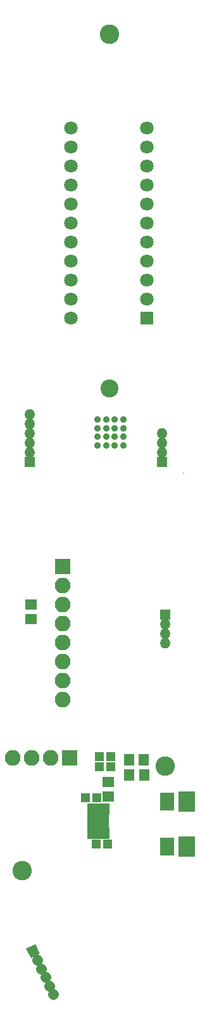
<source format=gbr>
G04 #@! TF.FileFunction,Soldermask,Top*
%FSLAX46Y46*%
G04 Gerber Fmt 4.6, Leading zero omitted, Abs format (unit mm)*
G04 Created by KiCad (PCBNEW 4.0.6-e0-6349~53~ubuntu16.04.1) date Thu Nov 23 18:30:10 2017*
%MOMM*%
%LPD*%
G01*
G04 APERTURE LIST*
%ADD10C,0.100000*%
%ADD11C,0.200000*%
%ADD12R,1.797000X1.797000*%
%ADD13C,1.797000*%
%ADD14C,0.900000*%
%ADD15C,1.400000*%
%ADD16C,2.400000*%
%ADD17R,1.650000X1.400000*%
%ADD18R,2.100000X2.100000*%
%ADD19O,2.100000X2.100000*%
%ADD20R,1.400000X1.400000*%
%ADD21O,1.400000X1.400000*%
%ADD22C,2.600000*%
%ADD23R,1.400000X1.650000*%
%ADD24R,1.200000X1.150000*%
%ADD25R,1.850000X2.400000*%
%ADD26R,2.300000X2.700000*%
%ADD27R,0.650000X1.600000*%
%ADD28R,3.000000X1.900000*%
G04 APERTURE END LIST*
D10*
D11*
X128325000Y-80600000D02*
X128325000Y-80650000D01*
D12*
X123410000Y-59990000D03*
D13*
X123410000Y-57450000D03*
X123410000Y-54910000D03*
X123410000Y-52370000D03*
X123410000Y-49830000D03*
X123410000Y-47290000D03*
X123410000Y-44750000D03*
X123410000Y-42210000D03*
X123410000Y-39670000D03*
X123410000Y-37130000D03*
X123410000Y-34590000D03*
X113250000Y-34590000D03*
X113250000Y-37130000D03*
X113250000Y-39670000D03*
X113250000Y-42210000D03*
X113250000Y-44750000D03*
X113250000Y-47290000D03*
X113250000Y-49830000D03*
X113250000Y-52370000D03*
X113250000Y-54910000D03*
X113250000Y-57450000D03*
X113250000Y-59990000D03*
D14*
X117740000Y-127220000D03*
X120230000Y-76980000D03*
X119080000Y-76980000D03*
X117930000Y-76980000D03*
X116780000Y-76980000D03*
X120230000Y-75830000D03*
X119080000Y-75830000D03*
X117930000Y-75830000D03*
X116780000Y-75830000D03*
X120230000Y-74680000D03*
X119080000Y-74680000D03*
X117930000Y-74680000D03*
X116780000Y-74680000D03*
X120230000Y-73530000D03*
X119080000Y-73530000D03*
X117930000Y-73530000D03*
D10*
G36*
X107839667Y-145521424D02*
X107243576Y-144254667D01*
X108510333Y-143658576D01*
X109106424Y-144925333D01*
X107839667Y-145521424D01*
X107839667Y-145521424D01*
G37*
D15*
X108715740Y-145739130D02*
X108715740Y-145739130D01*
X109256479Y-146888261D02*
X109256479Y-146888261D01*
X109797219Y-148037391D02*
X109797219Y-148037391D01*
X110337959Y-149186521D02*
X110337959Y-149186521D01*
X110878699Y-150335652D02*
X110878699Y-150335652D01*
D16*
X118343743Y-69335858D03*
D17*
X107890000Y-98220000D03*
X107890000Y-100220000D03*
D18*
X112110000Y-93150000D03*
D19*
X112110000Y-95690000D03*
X112110000Y-98230000D03*
X112110000Y-100770000D03*
X112110000Y-103310000D03*
X112110000Y-105850000D03*
X112110000Y-108390000D03*
X112110000Y-110930000D03*
D20*
X125810000Y-99560000D03*
D21*
X125810000Y-100830000D03*
X125810000Y-102100000D03*
X125810000Y-103370000D03*
D22*
X118343743Y-22043858D03*
X106711973Y-133843201D03*
X125807736Y-119834648D03*
D17*
X118195000Y-121935000D03*
X118195000Y-123935000D03*
D23*
X122975000Y-118995000D03*
X120975000Y-118995000D03*
X122995000Y-120995000D03*
X120995000Y-120995000D03*
D24*
X118545000Y-118595000D03*
X117045000Y-118595000D03*
X118565000Y-119915000D03*
X117065000Y-119915000D03*
D20*
X125375000Y-79200000D03*
D21*
X125375000Y-77930000D03*
X125375000Y-76660000D03*
X125375000Y-75390000D03*
D20*
X107750000Y-79200000D03*
D21*
X107750000Y-77930000D03*
X107750000Y-76660000D03*
X107750000Y-75390000D03*
X107750000Y-74120000D03*
X107750000Y-72850000D03*
D25*
X126050000Y-124565000D03*
X126050000Y-130565000D03*
D26*
X128750000Y-124565000D03*
X128750000Y-130565000D03*
D18*
X113040000Y-118710000D03*
D19*
X110500000Y-118710000D03*
X107960000Y-118710000D03*
X105420000Y-118710000D03*
D27*
X118015000Y-125620000D03*
X117565000Y-125620000D03*
X117115000Y-125620000D03*
X116665000Y-125620000D03*
X116215000Y-125620000D03*
X115765000Y-125620000D03*
X115765000Y-128820000D03*
X116215000Y-128820000D03*
X116665000Y-128820000D03*
X117115000Y-128820000D03*
X117565000Y-128820000D03*
X118015000Y-128820000D03*
D28*
X116890000Y-127220000D03*
D24*
X115150000Y-124050000D03*
X116650000Y-124050000D03*
X118110000Y-130290000D03*
X116610000Y-130290000D03*
D14*
X116780000Y-73530000D03*
X116110000Y-127200000D03*
M02*

</source>
